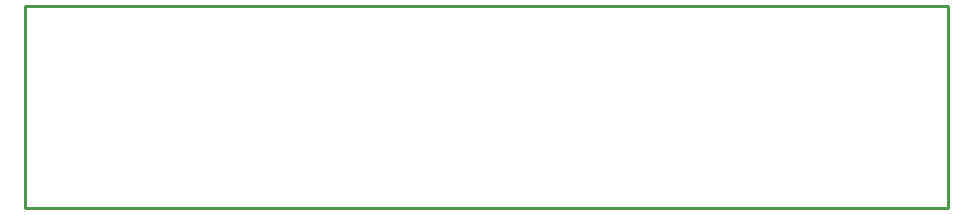
<source format=gbo>
G75*
G70*
%OFA0B0*%
%FSLAX24Y24*%
%IPPOS*%
%LPD*%
%AMOC8*
5,1,8,0,0,1.08239X$1,22.5*
%
%ADD10C,0.0100*%
D10*
X000150Y000336D02*
X000150Y007056D01*
X000150Y007076D02*
X030913Y007076D01*
X030913Y000336D01*
X000150Y000336D01*
M02*

</source>
